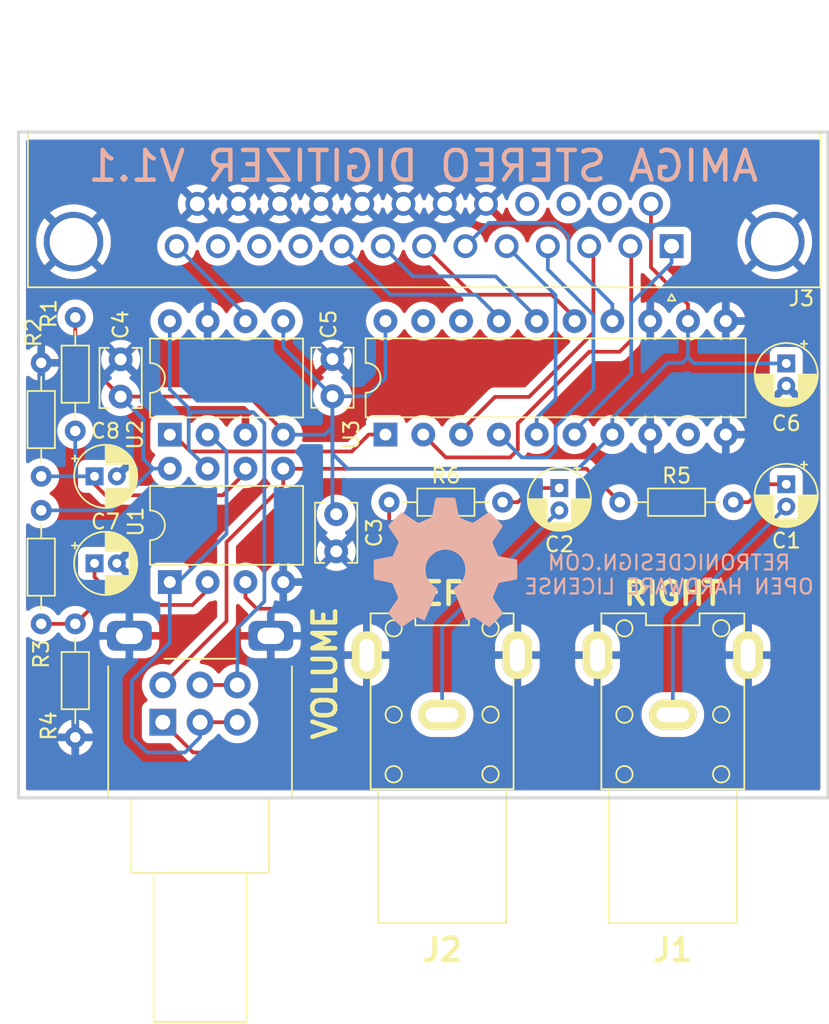
<source format=kicad_pcb>
(kicad_pcb (version 20211014) (generator pcbnew)
  (layers (0 "F.Cu" signal) (31 "B.Cu" signal) (34 "B.Paste" user) (35 "F.Paste" user) (36 "B.SilkS" user "B.Silkscreen") (37 "F.SilkS" user "F.Silkscreen") (38 "B.Mask" user) (39 "F.Mask" user) (44 "Edge.Cuts" user))
  (net 0 "")
  (net 1 "Net-(C1-Pad1)")
  (net 2 "Net-(C1-Pad2)")
  (net 3 "Net-(C2-Pad2)")
  (net 4 "+5V")
  (net 5 "GND")
  (net 6 "Net-(R1-Pad2)")
  (net 7 "Net-(R3-Pad2)")
  (net 8 "/{slash}STROBE")
  (net 9 "/D0")
  (net 10 "/D1")
  (net 11 "/D2")
  (net 12 "/D3")
  (net 13 "/D4")
  (net 14 "/D5")
  (net 15 "/D6")
  (net 16 "/D7")
  (net 20 "/{slash}SELECT")
  (net 24 "Net-(R5-Pad1)")
  (net 25 "Net-(R6-Pad1)")
  (net 26 "Net-(C2-Pad1)")
  (net 27 "Net-(RV1-Pad2)")
  (net 28 "Net-(RV1-Pad5)")
  (net 31 "Net-(U3-Pad1)")
  (footprint "Resistor_THT:R_Axial_DIN0204_L3.6mm_D1.6mm_P7.62mm_Horizontal" (layer "F.Cu") (at 98.044 72.898 -90)
    (fp_text reference "R3" (at 9.652 0 -90) (layer "F.SilkS"))
    (fp_text value "1K")
    (pad "1" thru_hole circle (at 0 0 270) (size 1.4 1.4) (drill 0.7) (layers *.Cu *.Mask) (net 4 "+5V"))
    (pad "2" thru_hole oval (at 7.62 0 270) (size 1.4 1.4) (drill 0.7) (layers *.Cu *.Mask) (net 7 "Net-(R3-Pad2)"))
  )
  (footprint "Resistor_THT:R_Axial_DIN0204_L3.6mm_D1.6mm_P7.62mm_Horizontal" (layer "F.Cu") (at 136.906 72.3491)
    (fp_text reference "R5" (at 3.81 -1.778) (layer "F.SilkS"))
    (fp_text value "1K")
    (pad "1" thru_hole circle (at 0 0) (size 1.4 1.4) (drill 0.7) (layers *.Cu *.Mask) (net 24 "Net-(R5-Pad1)"))
    (pad "2" thru_hole oval (at 7.62 0) (size 1.4 1.4) (drill 0.7) (layers *.Cu *.Mask) (net 1 "Net-(C1-Pad1)"))
  )
  (footprint "Capacitor_THT:CP_Radial_D4.0mm_P1.50mm" (layer "F.Cu") (at 148.082 63.0314 -90)
    (fp_text reference "C6" (at 4.024599 0 -180) (layer "F.SilkS"))
    (fp_text value "47uF")
    (pad "1" thru_hole rect (at 0 0 270) (size 1.2 1.2) (drill 0.6) (layers *.Cu *.Mask) (net 4 "+5V"))
    (pad "2" thru_hole circle (at 1.5 0 270) (size 1.2 1.2) (drill 0.6) (layers *.Cu *.Mask) (net 5 "GND"))
  )
  (footprint "Capacitor_THT:CP_Radial_D4.0mm_P1.50mm" (layer "F.Cu") (at 101.624 76.454)
    (fp_text reference "C7" (at 0.738 -2.794) (layer "F.SilkS"))
    (fp_text value "10uF")
    (pad "1" thru_hole rect (at 0 0) (size 1.2 1.2) (drill 0.6) (layers *.Cu *.Mask) (net 7 "Net-(R3-Pad2)"))
    (pad "2" thru_hole circle (at 1.5 0) (size 1.2 1.2) (drill 0.6) (layers *.Cu *.Mask) (net 5 "GND"))
  )
  (footprint "Capacitor_THT:C_Disc_D3.8mm_W2.6mm_P2.50mm" (layer "F.Cu") (at 117.602 65.238 90)
    (fp_text reference "C5" (at 4.826 -0.254 90) (layer "F.SilkS"))
    (fp_text value "100nF")
    (pad "1" thru_hole circle (at 0 0 90) (size 1.6 1.6) (drill 0.8) (layers *.Cu *.Mask) (net 4 "+5V"))
    (pad "2" thru_hole circle (at 2.5 0 90) (size 1.6 1.6) (drill 0.8) (layers *.Cu *.Mask) (net 5 "GND"))
  )
  (footprint "Capacitor_THT:CP_Radial_D4.0mm_P1.50mm" (layer "F.Cu") (at 132.842 71.398 -90)
    (fp_text reference "C2" (at 3.786 0 -180) (layer "F.SilkS"))
    (fp_text value "10uF")
    (pad "1" thru_hole rect (at 0 0 270) (size 1.2 1.2) (drill 0.6) (layers *.Cu *.Mask) (net 26 "Net-(C2-Pad1)"))
    (pad "2" thru_hole circle (at 1.5 0 270) (size 1.2 1.2) (drill 0.6) (layers *.Cu *.Mask) (net 3 "Net-(C2-Pad2)"))
  )
  (footprint "Package_DIP:DIP-8_W7.62mm" (layer "F.Cu") (at 106.68 67.818 90)
    (fp_text reference "U2" (at 0 -2.33 90) (layer "F.SilkS"))
    (fp_text value "DG419LDJ")
    (pad "1" thru_hole rect (at 0 0 90) (size 1.6 1.6) (drill 0.8) (layers *.Cu *.Mask) (net 31 "Net-(U3-Pad1)"))
    (pad "2" thru_hole oval (at 0 2.54 90) (size 1.6 1.6) (drill 0.8) (layers *.Cu *.Mask) (net 27 "Net-(RV1-Pad2)"))
    (pad "3" thru_hole oval (at 0 5.08 90) (size 1.6 1.6) (drill 0.8) (layers *.Cu *.Mask) (net 5 "GND"))
    (pad "4" thru_hole oval (at 0 7.62 90) (size 1.6 1.6) (drill 0.8) (layers *.Cu *.Mask) (net 4 "+5V"))
    (pad "5" thru_hole oval (at 7.62 7.62 90) (size 1.6 1.6) (drill 0.8) (layers *.Cu *.Mask) (net 4 "+5V"))
    (pad "6" thru_hole oval (at 7.62 5.08 90) (size 1.6 1.6) (drill 0.8) (layers *.Cu *.Mask) (net 20 "/{slash}SELECT"))
    (pad "7" thru_hole oval (at 7.62 2.54 90) (size 1.6 1.6) (drill 0.8) (layers *.Cu *.Mask) (net 5 "GND"))
    (pad "8" thru_hole oval (at 7.62 0 90) (size 1.6 1.6) (drill 0.8) (layers *.Cu *.Mask) (net 28 "Net-(RV1-Pad5)"))
  )
  (footprint "Resistor_THT:R_Axial_DIN0204_L3.6mm_D1.6mm_P7.62mm_Horizontal" (layer "F.Cu") (at 100.33 80.518 -90)
    (fp_text reference "R4" (at 6.858 1.778 90) (layer "F.SilkS"))
    (fp_text value "1K")
    (pad "1" thru_hole circle (at 0 0 270) (size 1.4 1.4) (drill 0.7) (layers *.Cu *.Mask) (net 7 "Net-(R3-Pad2)"))
    (pad "2" thru_hole oval (at 7.62 0 270) (size 1.4 1.4) (drill 0.7) (layers *.Cu *.Mask) (net 5 "GND"))
  )
  (footprint "Capacitor_THT:C_Disc_D3.8mm_W2.6mm_P2.50mm" (layer "F.Cu") (at 117.856 73.152 -90)
    (fp_text reference "C3" (at 1.25 -2.55 90) (layer "F.SilkS"))
    (fp_text value "100nF")
    (pad "1" thru_hole circle (at 0 0 270) (size 1.6 1.6) (drill 0.8) (layers *.Cu *.Mask) (net 4 "+5V"))
    (pad "2" thru_hole circle (at 2.5 0 270) (size 1.6 1.6) (drill 0.8) (layers *.Cu *.Mask) (net 5 "GND"))
  )
  (footprint "Package_DIP:DIP-8_W7.62mm" (layer "F.Cu") (at 106.68 77.714 90)
    (fp_text reference "U1" (at 4.054 -2.286 90) (layer "F.SilkS"))
    (fp_text value "MCP6002")
    (pad "1" thru_hole rect (at 0 0 90) (size 1.6 1.6) (drill 0.8) (layers *.Cu *.Mask) (net 27 "Net-(RV1-Pad2)"))
    (pad "2" thru_hole oval (at 0 2.54 90) (size 1.6 1.6) (drill 0.8) (layers *.Cu *.Mask) (net 7 "Net-(R3-Pad2)"))
    (pad "3" thru_hole oval (at 0 5.08 90) (size 1.6 1.6) (drill 0.8) (layers *.Cu *.Mask) (net 25 "Net-(R6-Pad1)"))
    (pad "4" thru_hole oval (at 0 7.62 90) (size 1.6 1.6) (drill 0.8) (layers *.Cu *.Mask) (net 5 "GND"))
    (pad "5" thru_hole oval (at 7.62 7.62 90) (size 1.6 1.6) (drill 0.8) (layers *.Cu *.Mask) (net 24 "Net-(R5-Pad1)"))
    (pad "6" thru_hole oval (at 7.62 5.08 90) (size 1.6 1.6) (drill 0.8) (layers *.Cu *.Mask) (net 6 "Net-(R1-Pad2)"))
    (pad "7" thru_hole oval (at 7.62 2.54 90) (size 1.6 1.6) (drill 0.8) (layers *.Cu *.Mask) (net 28 "Net-(RV1-Pad5)"))
    (pad "8" thru_hole oval (at 7.62 0 90) (size 1.6 1.6) (drill 0.8) (layers *.Cu *.Mask) (net 4 "+5V"))
  )
  (footprint "w_conn_av:rca_white" (layer "F.Cu") (at 124.968 86.614)
    (fp_text reference "J2" (at 0 15.7988) (layer "F.SilkS") (effects (font (size 1.524 1.524) (thickness 0.3048))))
    (fp_text value "LEFT" (at 0 -8.128) (layer "F.SilkS") (effects (font (size 1.524 1.524) (thickness 0.3048))))
    (pad "1" thru_hole oval (at 0 0) (size 3.19786 1.99898) (drill oval 2.1971 0.99568) (layers *.Cu *.Mask "F.SilkS") (net 3 "Net-(C2-Pad2)"))
    (pad "2" thru_hole oval (at -5.0546 -3.99796) (size 1.99898 3.19786) (drill oval 0.99568 2.1971) (layers *.Cu *.Mask "F.SilkS") (net 5 "GND"))
    (pad "2" thru_hole oval (at 5.0546 -3.99796) (size 1.99898 3.19786) (drill oval 0.99568 2.1971) (layers *.Cu *.Mask "F.SilkS") (net 5 "GND"))
  )
  (footprint "w_conn_av:rca_red" (layer "F.Cu") (at 140.462 86.614)
    (fp_text reference "J1" (at 0 15.7988) (layer "F.SilkS") (effects (font (size 1.524 1.524) (thickness 0.3048))))
    (fp_text value "RIGHT" (at 0 -8.128) (layer "F.SilkS") (effects (font (size 1.524 1.524) (thickness 0.3048))))
    (pad "1" thru_hole oval (at 0 0) (size 3.19786 1.99898) (drill oval 2.1971 0.99568) (layers *.Cu *.Mask "F.SilkS") (net 2 "Net-(C1-Pad2)"))
    (pad "2" thru_hole oval (at 5.0546 -3.99796) (size 1.99898 3.19786) (drill oval 0.99568 2.1971) (layers *.Cu *.Mask "F.SilkS") (net 5 "GND"))
    (pad "2" thru_hole oval (at -5.0546 -3.99796) (size 1.99898 3.19786) (drill oval 0.99568 2.1971) (layers *.Cu *.Mask "F.SilkS") (net 5 "GND"))
  )
  (footprint "Potentiometer_THT:Potentiometer_Alps_RK09L_Double_Horizontal" (layer "F.Cu") (at 106.212 87.122 90)
    (fp_text reference "VOLUME" (at 3.302 10.882 90) (layer "F.SilkS") (effects (font (size 1.524 1.524) (thickness 0.3048))))
    (fp_text value "10K exp")
    (pad "1" thru_hole rect (at 0 0 270) (size 1.8 1.8) (drill 1) (layers *.Cu *.Mask) (net 25 "Net-(R6-Pad1)"))
    (pad "2" thru_hole circle (at 0 2.5 270) (size 1.8 1.8) (drill 1) (layers *.Cu *.Mask) (net 27 "Net-(RV1-Pad2)"))
    (pad "3" thru_hole circle (at 0 5 270) (size 1.8 1.8) (drill 1) (layers *.Cu *.Mask) (net 27 "Net-(RV1-Pad2)"))
    (pad "4" thru_hole circle (at 2.5 0 270) (size 1.8 1.8) (drill 1) (layers *.Cu *.Mask) (net 24 "Net-(R5-Pad1)"))
    (pad "5" thru_hole circle (at 2.5 2.5 270) (size 1.8 1.8) (drill 1) (layers *.Cu *.Mask) (net 28 "Net-(RV1-Pad5)"))
    (pad "6" thru_hole circle (at 2.5 5 270) (size 1.8 1.8) (drill 1) (layers *.Cu *.Mask) (net 28 "Net-(RV1-Pad5)"))
    (pad "MP" thru_hole roundrect (at 5.8 7.25 270) (size 2 3) (drill oval 1.1 1.8) (layers *.Cu *.Mask) (net 5 "GND"))
    (pad "MP" thru_hole roundrect (at 5.8 -2.25 270) (size 2 3) (drill oval 1.1 1.8) (layers *.Cu *.Mask) (net 5 "GND"))
  )
  (footprint "Capacitor_THT:C_Disc_D3.8mm_W2.6mm_P2.50mm" (layer "F.Cu") (at 103.378 65.258 90)
    (fp_text reference "C4" (at 4.826 0 90) (layer "F.SilkS"))
    (fp_text value "100nF")
    (pad "1" thru_hole circle (at 0 0 90) (size 1.6 1.6) (drill 0.8) (layers *.Cu *.Mask) (net 4 "+5V"))
    (pad "2" thru_hole circle (at 2.5 0 90) (size 1.6 1.6) (drill 0.8) (layers *.Cu *.Mask) (net 5 "GND"))
  )
  (footprint "Connector_Dsub:DSUB-25_Male_Horizontal_P2.77x2.84mm_EdgePinOffset4.94mm_Housed_MountingHolesOffset7.48mm" (layer "F.Cu") (at 140.38 55.159 180)
    (fp_text reference "J3" (at -8.718 -3.515) (layer "F.SilkS"))
    (fp_text value "DB25_Male")
    (pad "0" thru_hole circle (at 40.17 0.3 180) (size 4 4) (drill 3.2) (layers *.Cu *.Mask) (net 5 "GND"))
    (pad "0" thru_hole circle (at -6.93 0.3 180) (size 4 4) (drill 3.2) (layers *.Cu *.Mask) (net 5 "GND"))
    (pad "1" thru_hole rect (at 0 0 180) (size 1.6 1.6) (drill 1) (layers *.Cu *.Mask) (net 8 "/{slash}STROBE"))
    (pad "2" thru_hole circle (at 2.77 0 180) (size 1.6 1.6) (drill 1) (layers *.Cu *.Mask) (net 9 "/D0"))
    (pad "3" thru_hole circle (at 5.54 0 180) (size 1.6 1.6) (drill 1) (layers *.Cu *.Mask) (net 10 "/D1"))
    (pad "4" thru_hole circle (at 8.31 0 180) (size 1.6 1.6) (drill 1) (layers *.Cu *.Mask) (net 11 "/D2"))
    (pad "5" thru_hole circle (at 11.08 0 180) (size 1.6 1.6) (drill 1) (layers *.Cu *.Mask) (net 12 "/D3"))
    (pad "6" thru_hole circle (at 13.85 0 180) (size 1.6 1.6) (drill 1) (layers *.Cu *.Mask) (net 13 "/D4"))
    (pad "7" thru_hole circle (at 16.62 0 180) (size 1.6 1.6) (drill 1) (layers *.Cu *.Mask) (net 14 "/D5"))
    (pad "8" thru_hole circle (at 19.39 0 180) (size 1.6 1.6) (drill 1) (layers *.Cu *.Mask) (net 15 "/D6"))
    (pad "9" thru_hole circle (at 22.16 0 180) (size 1.6 1.6) (drill 1) (layers *.Cu *.Mask) (net 16 "/D7"))
    (pad "10" thru_hole circle (at 24.93 0 180) (size 1.6 1.6) (drill 1) (layers *.Cu *.Mask))
    (pad "11" thru_hole circle (at 27.7 0 180) (size 1.6 1.6) (drill 1) (layers *.Cu *.Mask))
    (pad "12" thru_hole circle (at 30.47 0 180) (size 1.6 1.6) (drill 1) (layers *.Cu *.Mask))
    (pad "13" thru_hole circle (at 33.24 0 180) (size 1.6 1.6) (drill 1) (layers *.Cu *.Mask) (net 20 "/{slash}SELECT"))
    (pad "14" thru_hole circle (at 1.385 2.84 180) (size 1.6 1.6) (drill 1) (layers *.Cu *.Mask) (net 4 "+5V"))
    (pad "15" thru_hole circle (at 4.155 2.84 180) (size 1.6 1.6) (drill 1) (layers *.Cu *.Mask))
    (pad "16" thru_hole circle (at 6.925 2.84 180) (size 1.6 1.6) (drill 1) (layers *.Cu *.Mask))
    (pad "17" thru_hole circle (at 9.695 2.84 180) (size 1.6 1.6) (drill 1) (layers *.Cu *.Mask))
    (pad "18" thru_hole circle (at 12.465 2.84 180) (size 1.6 1.6) (drill 1) (layers *.Cu *.Mask) (net 5 "GND"))
    (pad "19" thru_hole circle (at 15.235 2.84 180) (size 1.6 1.6) (drill 1) (layers *.Cu *.Mask) (net 5 "GND"))
    (pad "20" thru_hole circle (at 18.005 2.84 180) (size 1.6 1.6) (drill 1) (layers *.Cu *.Mask) (net 5 "GND"))
    (pad "21" thru_hole circle (at 20.775 2.84 180) (size 1.6 1.6) (drill 1) (layers *.Cu *.Mask) (net 5 "GND"))
    (pad "22" thru_hole circle (at 23.545 2.84 180) (size 1.6 1.6) (drill 1) (layers *.Cu *.Mask) (net 5 "GND"))
    (pad "23" thru_hole circle (at 26.315 2.84 180) (size 1.6 1.6) (drill 1) (layers *.Cu *.Mask) (net 5 "GND"))
    (pad "24" thru_hole circle (at 29.085 2.84 180) (size 1.6 1.6) (drill 1) (layers *.Cu *.Mask) (net 5 "GND"))
    (pad "25" thru_hole circle (at 31.855 2.84 180) (size 1.6 1.6) (drill 1) (layers *.Cu *.Mask) (net 5 "GND"))
  )
  (footprint "Resistor_THT:R_Axial_DIN0204_L3.6mm_D1.6mm_P7.62mm_Horizontal" (layer "F.Cu") (at 121.412 72.3491)
    (fp_text reference "R6" (at 3.81 -1.778) (layer "F.SilkS"))
    (fp_text value "1K")
    (pad "1" thru_hole circle (at 0 0) (size 1.4 1.4) (drill 0.7) (layers *.Cu *.Mask) (net 25 "Net-(R6-Pad1)"))
    (pad "2" thru_hole oval (at 7.62 0) (size 1.4 1.4) (drill 0.7) (layers *.Cu *.Mask) (net 26 "Net-(C2-Pad1)"))
  )
  (footprint "Resistor_THT:R_Axial_DIN0204_L3.6mm_D1.6mm_P7.62mm_Horizontal" (layer "F.Cu") (at 100.33 59.944 -90)
    (fp_text reference "R1" (at -0.254 1.778 -90) (layer "F.SilkS"))
    (fp_text value "1K")
    (pad "1" thru_hole circle (at 0 0 270) (size 1.4 1.4) (drill 0.7) (layers *.Cu *.Mask) (net 4 "+5V"))
    (pad "2" thru_hole oval (at 7.62 0 270) (size 1.4 1.4) (drill 0.7) (layers *.Cu *.Mask) (net 6 "Net-(R1-Pad2)"))
  )
  (footprint "Capacitor_THT:CP_Radial_D4.0mm_P1.50mm" (layer "F.Cu") (at 148.082 71.144 -90)
    (fp_text reference "C1" (at 3.786 0 -180) (layer "F.SilkS"))
    (fp_text value "10uF")
    (pad "1" thru_hole rect (at 0 0 270) (size 1.2 1.2) (drill 0.6) (layers *.Cu *.Mask) (net 1 "Net-(C1-Pad1)"))
    (pad "2" thru_hole circle (at 1.5 0 270) (size 1.2 1.2) (drill 0.6) (layers *.Cu *.Mask) (net 2 "Net-(C1-Pad2)"))
  )
  (footprint "Package_DIP:DIP-20_W7.62mm" (layer "F.Cu") (at 121.163 67.808 90)
    (fp_text reference "U3" (at -0.01 -2.291 90) (layer "F.SilkS"))
    (fp_text value "ADC0820CCN+")
    (pad "1" thru_hole rect (at 0 0 90) (size 1.6 1.6) (drill 0.8) (layers *.Cu *.Mask) (net 31 "Net-(U3-Pad1)"))
    (pad "2" thru_hole oval (at 0 2.54 90) (size 1.6 1.6) (drill 0.8) (layers *.Cu *.Mask) (net 9 "/D0"))
    (pad "3" thru_hole oval (at 0 5.08 90) (size 1.6 1.6) (drill 0.8) (layers *.Cu *.Mask) (net 10 "/D1"))
    (pad "4" thru_hole oval (at 0 7.62 90) (size 1.6 1.6) (drill 0.8) (layers *.Cu *.Mask) (net 11 "/D2"))
    (pad "5" thru_hole oval (at 0 10.16 90) (size 1.6 1.6) (drill 0.8) (layers *.Cu *.Mask) (net 12 "/D3"))
    (pad "6" thru_hole oval (at 0 12.7 90) (size 1.6 1.6) (drill 0.8) (layers *.Cu *.Mask) (net 8 "/{slash}STROBE"))
    (pad "7" thru_hole oval (at 0 15.24 90) (size 1.6 1.6) (drill 0.8) (layers *.Cu *.Mask) (net 4 "+5V"))
    (pad "8" thru_hole oval (at 0 17.78 90) (size 1.6 1.6) (drill 0.8) (layers *.Cu *.Mask) (net 5 "GND"))
    (pad "9" thru_hole oval (at 0 20.32 90) (size 1.6 1.6) (drill 0.8) (layers *.Cu *.Mask))
    (pad "10" thru_hole oval (at 0 22.86 90) (size 1.6 1.6) (drill 0.8) (layers *.Cu *.Mask) (net 5 "GND"))
    (pad "11" thru_hole oval (at 7.62 22.86 90) (size 1.6 1.6) (drill 0.8) (layers *.Cu *.Mask) (net 5 "GND"))
    (pad "12" thru_hole oval (at 7.62 20.32 90) (size 1.6 1.6) (drill 0.8) (layers *.Cu *.Mask) (net 4 "+5V"))
    (pad "13" thru_hole oval (at 7.62 17.78 90) (size 1.6 1.6) (drill 0.8) (layers *.Cu *.Mask) (net 5 "GND"))
    (pad "14" thru_hole oval (at 7.62 15.24 90) (size 1.6 1.6) (drill 0.8) (layers *.Cu *.Mask) (net 13 "/D4"))
    (pad "15" thru_hole oval (at 7.62 12.7 90) (size 1.6 1.6) (drill 0.8) (layers *.Cu *.Mask) (net 14 "/D5"))
    (pad "16" thru_hole oval (at 7.62 10.16 90) (size 1.6 1.6) (drill 0.8) (layers *.Cu *.Mask) (net 15 "/D6"))
    (pad "17" thru_hole oval (at 7.62 7.62 90) (size 1.6 1.6) (drill 0.8) (layers *.Cu *.Mask) (net 16 "/D7"))
    (pad "18" thru_hole oval (at 7.62 5.08 90) (size 1.6 1.6) (drill 0.8) (layers *.Cu *.Mask))
    (pad "19" thru_hole oval (at 7.62 2.54 90) (size 1.6 1.6) (drill 0.8) (layers *.Cu *.Mask))
    (pad "20" thru_hole oval (at 7.62 0 90) (size 1.6 1.6) (drill 0.8) (layers *.Cu *.Mask) (net 4 "+5V"))
  )
  (footprint "Capacitor_THT:CP_Radial_D4.0mm_P1.50mm" (layer "F.Cu") (at 101.624 70.612)
    (fp_text reference "C8" (at 0.738 -3.048) (layer "F.SilkS"))
    (fp_text value "10uF")
    (pad "1" thru_hole rect (at 0 0) (size 1.2 1.2) (drill 0.6) (layers *.Cu *.Mask) (net 6 "Net-(R1-Pad2)"))
    (pad "2" thru_hole circle (at 1.5 0) (size 1.2 1.2) (drill 0.6) (layers *.Cu *.Mask) (net 5 "GND"))
  )
  (footprint "Resistor_THT:R_Axial_DIN0204_L3.6mm_D1.6mm_P7.62mm_Horizontal" (layer "F.Cu") (at 98.044 70.612 90)
    (fp_text reference "R2" (at 9.652 -0.508 90) (layer "F.SilkS"))
    (fp_text value "1K")
    (pad "1" thru_hole circle (at 0 0 90) (size 1.4 1.4) (drill 0.7) (layers *.Cu *.Mask) (net 6 "Net-(R1-Pad2)"))
    (pad "2" thru_hole oval (at 7.62 0 90) (size 1.4 1.4) (drill 0.7) (layers *.Cu *.Mask) (net 5 "GND"))
  )
  (footprint "Symbol:openhardware" (layer "B.Cu") (at 125.222 76.454 180)
    (fp_text reference "G***" hide)
    (fp_text value "LOGO" hide)
  )
  (gr_rect (start 96.52 47.498) (end 150.876 92.202) (layer "Edge.Cuts") (width 0.2) (fill none))
  (gr_text "AMIGA STEREO DIGITIZER V1.1" (at 123.698 49.784) (layer "B.SilkS") (effects (font (size 2 2) (thickness 0.3)) (justify mirror)))
  (gr_text "RETRONICDESIGN.COM\nOPEN HARDWARE LICENSE" (at 140.208 77.216) (layer "B.SilkS") (effects (font (size 1 1)) (justify mirror)))
  (segment (start 145.551 72.3491) (end 146.756 71.144) (width 0.25) (layer "F.Cu") (net 1))
  (segment (start 146.756 71.144) (end 148.082 71.144) (width 0.25) (layer "F.Cu") (net 1))
  (segment (start 144.526 72.3491) (end 145.551 72.3491) (width 0.25) (layer "F.Cu") (net 1))
  (segment (start 148.082 72.644) (end 140.462 80.264) (width 0.25) (layer "B.Cu") (net 2))
  (segment (start 140.462 80.264) (end 140.462 86.614) (width 0.25) (layer "B.Cu") (net 2))
  (segment (start 124.968 80.772) (end 132.842 72.898) (width 0.25) (layer "B.Cu") (net 3))
  (segment (start 124.968 86.614) (end 124.968 80.772) (width 0.25) (layer "B.Cu") (net 3))
  (segment (start 141.483 60.188) (end 141.483 59.0629) (width 0.25) (layer "F.Cu") (net 4))
  (segment (start 103.378 65.258) (end 100.33 62.21) (width 0.25) (layer "F.Cu") (net 4))
  (segment (start 138.995 56.5749) (end 138.995 52.319) (width 0.25) (layer "F.Cu") (net 4))
  (segment (start 114.3 67.818) (end 114.3 67.564) (width 0.25) (layer "F.Cu") (net 4))
  (segment (start 141.483 59.0629) (end 138.995 56.5749) (width 0.25) (layer "F.Cu") (net 4))
  (segment (start 100.33 62.21) (end 100.33 59.944) (width 0.25) (layer "F.Cu") (net 4))
  (segment (start 111.994 65.258) (end 103.378 65.258) (width 0.25) (layer "F.Cu") (net 4))
  (segment (start 114.3 67.564) (end 111.994 65.258) (width 0.25) (layer "F.Cu") (net 4))
  (segment (start 103.378 65.258) (end 104.902 66.782) (width 0.25) (layer "B.Cu") (net 4))
  (segment (start 106.68 70.094) (end 105.555 70.094) (width 0.25) (layer "B.Cu") (net 4))
  (segment (start 141.483 62.6226) (end 141.483 60.188) (width 0.25) (layer "B.Cu") (net 4))
  (segment (start 136.403 67.808) (end 134.107 70.104) (width 0.25) (layer "B.Cu") (net 4))
  (segment (start 117.602 65.238) (end 119.928 65.238) (width 0.25) (layer "B.Cu") (net 4))
  (segment (start 141.1136 62.992) (end 141.483 62.6226) (width 0.25) (layer "B.Cu") (net 4))
  (segment (start 119.928 65.238) (end 121.163 64.003) (width 0.25) (layer "B.Cu") (net 4))
  (segment (start 102.751 72.898) (end 98.044 72.898) (width 0.25) (layer "B.Cu") (net 4))
  (segment (start 104.902 69.441) (end 105.555 70.094) (width 0.25) (layer "B.Cu") (net 4))
  (segment (start 141.483 62.6226) (end 141.8918 63.0314) (width 0.25) (layer "B.Cu") (net 4))
  (segment (start 141.8918 63.0314) (end 148.082 63.0314) (width 0.25) (layer "B.Cu") (net 4))
  (segment (start 121.163 64.003) (end 121.163 60.188) (width 0.25) (layer "B.Cu") (net 4))
  (segment (start 136.403 66.6829) (end 140.0939 62.992) (width 0.25) (layer "B.Cu") (net 4))
  (segment (start 136.403 67.808) (end 136.403 66.6829) (width 0.25) (layer "B.Cu") (net 4))
  (segment (start 114.3 61.936) (end 114.3 60.198) (width 0.25) (layer "B.Cu") (net 4))
  (segment (start 117.602 67.31) (end 117.094 67.818) (width 0.25) (layer "B.Cu") (net 4))
  (segment (start 105.555 70.094) (end 102.751 72.898) (width 0.25) (layer "B.Cu") (net 4))
  (segment (start 114.3 67.818) (end 115.425 67.818) (width 0.25) (layer "B.Cu") (net 4))
  (segment (start 117.602 72.898) (end 117.856 73.152) (width 0.25) (layer "B.Cu") (net 4))
  (segment (start 134.107 70.104) (end 118.618 70.104) (width 0.25) (layer "B.Cu") (net 4))
  (segment (start 117.094 67.818) (end 115.425 67.818) (width 0.25) (layer "B.Cu") (net 4))
  (segment (start 117.602 65.238) (end 114.3 61.936) (width 0.25) (layer "B.Cu") (net 4))
  (segment (start 104.902 66.782) (end 104.902 69.441) (width 0.25) (layer "B.Cu") (net 4))
  (segment (start 117.602 67.31) (end 117.602 72.898) (width 0.25) (layer "B.Cu") (net 4))
  (segment (start 118.618 70.104) (end 117.602 69.088) (width 0.25) (layer "B.Cu") (net 4))
  (segment (start 117.602 65.238) (end 117.602 67.31) (width 0.25) (layer "B.Cu") (net 4))
  (segment (start 140.0939 62.992) (end 141.1136 62.992) (width 0.25) (layer "B.Cu") (net 4))
  (segment (start 117.602 69.088) (end 117.602 65.238) (width 0.25) (layer "B.Cu") (net 4))
  (segment (start 111.76 70.358) (end 110.236 71.882) (width 0.25) (layer "F.Cu") (net 6))
  (segment (start 101.624 71.144) (end 101.624 70.612) (width 0.25) (layer "F.Cu") (net 6))
  (segment (start 102.362 71.882) (end 101.624 71.144) (width 0.25) (layer "F.Cu") (net 6))
  (segment (start 111.76 70.094) (end 111.76 70.358) (width 0.25) (layer "F.Cu") (net 6))
  (segment (start 110.236 71.882) (end 102.362 71.882) (width 0.25) (layer "F.Cu") (net 6))
  (segment (start 100.33 70.612) (end 100.33 68.5891) (width 0.25) (layer "B.Cu") (net 6))
  (segment (start 98.044 70.612) (end 100.33 70.612) (width 0.25) (layer "B.Cu") (net 6))
  (segment (start 101.624 70.612) (end 100.33 70.612) (width 0.25) (layer "B.Cu") (net 6))
  (segment (start 100.33 67.564) (end 100.33 68.5891) (width 0.25) (layer "B.Cu") (net 6))
  (segment (start 100.33 80.518) (end 98.044 80.518) (width 0.25) (layer "F.Cu") (net 7))
  (segment (start 109.22 77.714) (end 109.22 78.232) (width 0.25) (layer "F.Cu") (net 7))
  (segment (start 102.009 78.8391) (end 100.33 80.518) (width 0.25) (layer "F.Cu") (net 7))
  (segment (start 102.009 77.764) (end 102.009 78.8391) (width 0.25) (layer "F.Cu") (net 7))
  (segment (start 102.4179 79.248) (end 102.009 78.8391) (width 0.25) (layer "F.Cu") (net 7))
  (segment (start 101.624 76.454) (end 101.624 77.3791) (width 0.25) (layer "F.Cu") (net 7))
  (segment (start 108.204 79.248) (end 102.4179 79.248) (width 0.25) (layer "F.Cu") (net 7))
  (segment (start 101.624 77.3791) (end 102.009 77.764) (width 0.25) (layer "F.Cu") (net 7))
  (segment (start 109.22 78.232) (end 108.204 79.248) (width 0.25) (layer "F.Cu") (net 7))
  (segment (start 137.668 63.754) (end 133.863 67.559) (width 0.25) (layer "B.Cu") (net 8))
  (segment (start 133.863 67.559) (end 133.863 67.808) (width 0.25) (layer "B.Cu") (net 8))
  (segment (start 137.668 58.9961) (end 137.668 63.754) (width 0.25) (layer "B.Cu") (net 8))
  (segment (start 140.38 55.159) (end 140.38 56.2841) (width 0.25) (layer "B.Cu") (net 8))
  (segment (start 140.38 56.2841) (end 137.668 58.9961) (width 0.25) (layer "B.Cu") (net 8))
  (segment (start 130.053 67.051) (end 134.8568 62.2472) (width 0.25) (layer "F.Cu") (net 9))
  (segment (start 125.222 69.342) (end 129.54 69.342) (width 0.25) (layer "F.Cu") (net 9))
  (segment (start 137.668 61.468) (end 137.668 55.217) (width 0.25) (layer "F.Cu") (net 9))
  (segment (start 130.053 68.829) (end 130.053 67.051) (width 0.25) (layer "F.Cu") (net 9))
  (segment (start 134.8568 62.2472) (end 136.8888 62.2472) (width 0.25) (layer "F.Cu") (net 9))
  (segment (start 123.703 67.808) (end 123.703 67.823) (width 0.25) (layer "F.Cu") (net 9))
  (segment (start 123.703 67.823) (end 125.222 69.342) (width 0.25) (layer "F.Cu") (net 9))
  (segment (start 137.668 55.217) (end 137.61 55.159) (width 0.25) (layer "F.Cu") (net 9))
  (segment (start 129.54 69.342) (end 130.053 68.829) (width 0.25) (layer "F.Cu") (net 9))
  (segment (start 136.8888 62.2472) (end 137.668 61.468) (width 0.25) (layer "F.Cu") (net 9))
  (segment (start 130.81 65.278) (end 135.128 60.96) (width 0.25) (layer "F.Cu") (net 10))
  (segment (start 126.243 67.559) (end 128.524 65.278) (width 0.25) (layer "F.Cu") (net 10))
  (segment (start 126.243 67.808) (end 126.243 67.559) (width 0.25) (layer "F.Cu") (net 10))
  (segment (start 135.128 55.447) (end 134.84 55.159) (width 0.25) (layer "F.Cu") (net 10))
  (segment (start 135.128 60.96) (end 135.128 55.447) (width 0.25) (layer "F.Cu") (net 10))
  (segment (start 128.524 65.278) (end 130.81 65.278) (width 0.25) (layer "F.Cu") (net 10))
  (segment (start 132.08 69.342) (end 132.588 68.834) (width 0.25) (layer "B.Cu") (net 11))
  (segment (start 132.07 56.7269) (end 132.07 55.159) (width 0.25) (layer "B.Cu") (net 11))
  (segment (start 135.128 59.7849) (end 132.07 56.7269) (width 0.25) (layer "B.Cu") (net 11))
  (segment (start 135.128 64.7431) (end 135.128 59.7849) (width 0.25) (layer "B.Cu") (net 11))
  (segment (start 132.588 68.834) (end 132.588 67.2831) (width 0.25) (layer "B.Cu") (net 11))
  (segment (start 132.588 67.2831) (end 135.128 64.7431) (width 0.25) (layer "B.Cu") (net 11))
  (segment (start 128.783 67.808) (end 130.317 69.342) (width 0.25) (layer "B.Cu") (net 11))
  (segment (start 130.317 69.342) (end 132.08 69.342) (width 0.25) (layer "B.Cu") (net 11))
  (segment (start 132.588 65.4179) (end 132.588 58.447) (width 0.25) (layer "B.Cu") (net 12))
  (segment (start 131.323 66.6829) (end 132.588 65.4179) (width 0.25) (layer "B.Cu") (net 12))
  (segment (start 132.588 58.447) (end 129.3 55.159) (width 0.25) (layer "B.Cu") (net 12))
  (segment (start 131.323 67.808) (end 131.323 66.6829) (width 0.25) (layer "B.Cu") (net 12))
  (segment (start 133.455 56.1149) (end 133.455 54.461) (width 0.25) (layer "B.Cu") (net 13))
  (segment (start 136.403 60.188) (end 136.403 59.0629) (width 0.25) (layer "B.Cu") (net 13))
  (segment (start 132.588 53.594) (end 128.095 53.594) (width 0.25) (layer "B.Cu") (net 13))
  (segment (start 136.403 59.0629) (end 133.455 56.1149) (width 0.25) (layer "B.Cu") (net 13))
  (segment (start 128.095 53.594) (end 126.53 55.159) (width 0.25) (layer "B.Cu") (net 13))
  (segment (start 133.455 54.461) (end 132.588 53.594) (width 0.25) (layer "B.Cu") (net 13))
  (segment (start 133.863 60.188) (end 133.863 59.949) (width 0.25) (layer "F.Cu") (net 14))
  (segment (start 132.334 58.42) (end 127.021 58.42) (width 0.25) (layer "F.Cu") (net 14))
  (segment (start 133.863 59.949) (end 132.334 58.42) (width 0.25) (layer "F.Cu") (net 14))
  (segment (start 127.021 58.42) (end 123.76 55.159) (width 0.25) (layer "F.Cu") (net 14))
  (segment (start 131.323 60.188) (end 131.323 59.949) (width 0.25) (layer "B.Cu") (net 15))
  (segment (start 123.016 57.1848) (end 120.99 55.159) (width 0.25) (layer "B.Cu") (net 15))
  (segment (start 128.5588 57.1848) (end 123.016 57.1848) (width 0.25) (layer "B.Cu") (net 15))
  (segment (start 131.323 59.949) (end 128.5588 57.1848) (width 0.25) (layer "B.Cu") (net 15))
  (segment (start 121.481 58.42) (end 118.22 55.159) (width 0.25) (layer "B.Cu") (net 16))
  (segment (start 127.254 58.42) (end 121.481 58.42) (width 0.25) (layer "B.Cu") (net 16))
  (segment (start 128.783 60.188) (end 128.783 59.949) (width 0.25) (layer "B.Cu") (net 16))
  (segment (start 128.783 59.949) (end 127.254 58.42) (width 0.25) (layer "B.Cu") (net 16))
  (segment (start 111.054 59.0729) (end 111.0539 59.0729) (width 0.25) (layer "B.Cu") (net 20))
  (segment (start 111.76 60.198) (end 111.76 59.7789) (width 0.25) (layer "B.Cu") (net 20))
  (segment (start 111.76 59.7789) (end 111.054 59.0729) (width 0.25) (layer "B.Cu") (net 20))
  (segment (start 111.0539 59.0729) (end 107.14 55.159) (width 0.25) (layer "B.Cu") (net 20))
  (segment (start 110.49 80.344) (end 110.49 75.0291) (width 0.25) (layer "F.Cu") (net 24))
  (segment (start 106.212 84.622) (end 110.49 80.344) (width 0.25) (layer "F.Cu") (net 24))
  (segment (start 114.592 70.104) (end 134.6609 70.104) (width 0.25) (layer "F.Cu") (net 24))
  (segment (start 110.49 75.0291) (end 114.3 71.2191) (width 0.25) (layer "F.Cu") (net 24))
  (segment (start 134.6609 70.104) (end 136.906 72.3491) (width 0.25) (layer "F.Cu") (net 24))
  (segment (start 114.3 70.396) (end 114.592 70.104) (width 0.25) (layer "F.Cu") (net 24))
  (segment (start 114.3 70.094) (end 114.3 70.396) (width 0.25) (layer "F.Cu") (net 24))
  (segment (start 114.3 71.2191) (end 114.3 70.396) (width 0.25) (layer "F.Cu") (net 24))
  (segment (start 108.244 89.154) (end 112.268 89.154) (width 0.25) (layer "F.Cu") (net 25))
  (segment (start 112.522 79.502) (end 111.76 78.74) (width 0.25) (layer "F.Cu") (net 25))
  (segment (start 115.824 85.598) (end 115.824 80.264) (width 0.25) (layer "F.Cu") (net 25))
  (segment (start 115.824 80.01) (end 121.412 74.422) (width 0.25) (layer "F.Cu") (net 25))
  (segment (start 106.212 87.122) (end 108.244 89.154) (width 0.25) (layer "F.Cu") (net 25))
  (segment (start 115.062 79.502) (end 112.522 79.502) (width 0.25) (layer "F.Cu") (net 25))
  (segment (start 115.824 80.264) (end 115.824 80.01) (width 0.25) (layer "F.Cu") (net 25))
  (segment (start 115.824 80.264) (end 115.062 79.502) (width 0.25) (layer "F.Cu") (net 25))
  (segment (start 121.412 74.422) (end 121.412 72.3491) (width 0.25) (layer "F.Cu") (net 25))
  (segment (start 112.268 89.154) (end 115.824 85.598) (width 0.25) (layer "F.Cu") (net 25))
  (segment (start 111.76 78.74) (end 111.76 77.714) (width 0.25) (layer "F.Cu") (net 25))
  (segment (start 131.008 71.398) (end 132.842 71.398) (width 0.25) (layer "F.Cu") (net 26))
  (segment (start 130.057 72.3491) (end 131.008 71.398) (width 0.25) (layer "F.Cu") (net 26))
  (segment (start 129.032 72.3491) (end 130.057 72.3491) (width 0.25) (layer "F.Cu") (net 26))
  (segment (start 111.212 87.122) (end 108.712 87.122) (width 0.25) (layer "F.Cu") (net 27))
  (segment (start 106.68 77.714) (end 106.68 78.2765) (width 0.25) (layer "B.Cu") (net 27))
  (segment (start 107.696 89.154) (end 108.712 88.138) (width 0.25) (layer "B.Cu") (net 27))
  (segment (start 105.156 89.154) (end 107.696 89.154) (width 0.25) (layer "B.Cu") (net 27))
  (segment (start 110.49 74.4665) (end 106.68 78.2765) (width 0.25) (layer "B.Cu") (net 27))
  (segment (start 109.3649 67.818) (end 110.49 68.9431) (width 0.25) (layer "B.Cu") (net 27))
  (segment (start 104.14 88.138) (end 105.156 89.154) (width 0.25) (layer "B.Cu") (net 27))
  (segment (start 110.49 68.9431) (end 110.49 74.4665) (width 0.25) (layer "B.Cu") (net 27))
  (segment (start 108.712 88.138) (end 108.712 87.122) (width 0.25) (layer "B.Cu") (net 27))
  (segment (start 106.68 81.28) (end 106.68 78.2765) (width 0.25) (layer "B.Cu") (net 27))
  (segment (start 106.68 77.714) (end 106.68 81.788) (width 0.25) (layer "B.Cu") (net 27))
  (segment (start 109.22 67.818) (end 109.3649 67.818) (width 0.25) (layer "B.Cu") (net 27))
  (segment (start 104.14 84.328) (end 104.14 88.138) (width 0.25) (layer "B.Cu") (net 27))
  (segment (start 106.68 81.788) (end 104.14 84.328) (width 0.25) (layer "B.Cu") (net 27))
  (segment (start 111.212 84.622) (end 108.712 84.622) (width 0.25) (layer "F.Cu") (net 28))
  (segment (start 106.68 64.77) (end 106.68 60.198) (width 0.25) (layer "B.Cu") (net 28))
  (segment (start 107.95 68.824) (end 107.95 66.04) (width 0.25) (layer "B.Cu") (net 28))
  (segment (start 111.212 84.622) (end 111.212 80.8317) (width 0.25) (layer "B.Cu") (net 28))
  (segment (start 111.212 80.8317) (end 113.03 79.0137) (width 0.25) (layer "B.Cu") (net 28))
  (segment (start 108.204 66.294) (end 107.95 66.548) (width 0.25) (layer "B.Cu") (net 28))
  (segment (start 107.95 66.04) (end 106.68 64.77) (width 0.25) (layer "B.Cu") (net 28))
  (segment (start 112.268 66.294) (end 108.204 66.294) (width 0.25) (layer "B.Cu") (net 28))
  (segment (start 113.03 67.056) (end 112.268 66.294) (width 0.25) (layer "B.Cu") (net 28))
  (segment (start 113.03 79.0137) (end 113.03 67.056) (width 0.25) (layer "B.Cu") (net 28))
  (segment (start 109.22 70.094) (end 107.95 68.824) (width 0.25) (layer "B.Cu") (net 28))
  (segment (start 120.038 67.808) (end 121.163 67.808) (width 0.25) (layer "F.Cu") (net 31))
  (segment (start 106.934 67.818) (end 108.0591 68.9431) (width 0.25) (layer "F.Cu") (net 31))
  (segment (start 106.68 67.818) (end 106.934 67.818) (width 0.25) (layer "F.Cu") (net 31))
  (segment (start 118.903 68.9431) (end 120.038 67.808) (width 0.25) (layer "F.Cu") (net 31))
  (segment (start 108.0591 68.9431) (end 118.903 68.9431) (width 0.25) (layer "F.Cu") (net 31))
  (zone (net 5) (net_name "GND") (layers F&B.Cu) (connect_pads (clearance 0.508)) (min_thickness 0.254) (fill yes (thermal_gap 0.508) (thermal_bridge_width 0.508))
    (polygon (pts (xy 150.876 92.202) (xy 96.52 92.202) (xy 96.52 47.498) (xy 150.876 47.498)))
  )
)
</source>
